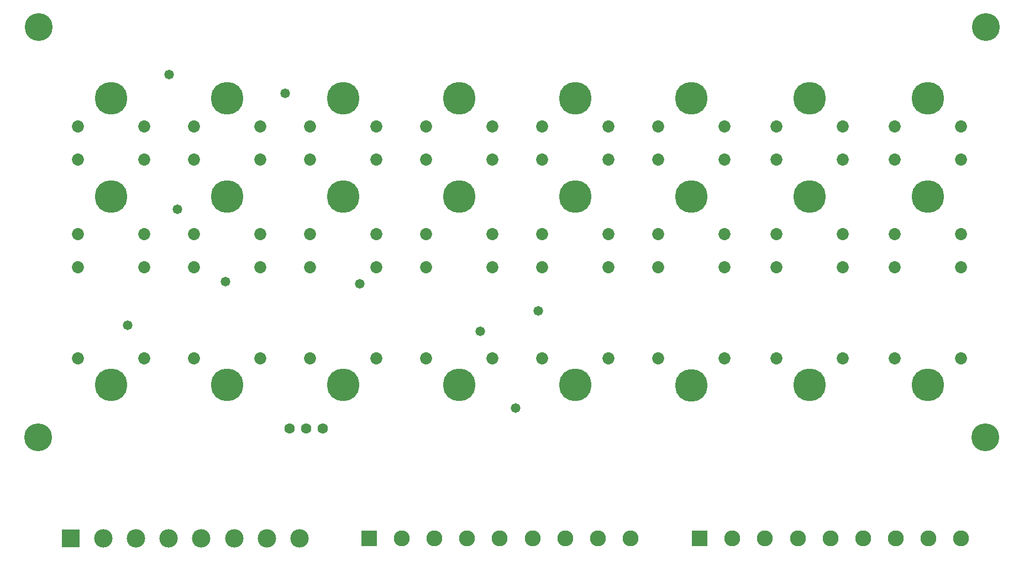
<source format=gts>
G04*
G04 #@! TF.GenerationSoftware,Altium Limited,Altium Designer,19.1.8 (144)*
G04*
G04 Layer_Color=8388736*
%FSLAX25Y25*%
%MOIN*%
G70*
G01*
G75*
%ADD14C,0.07296*%
%ADD15C,0.19698*%
%ADD16R,0.09658X0.09658*%
%ADD17C,0.09658*%
%ADD18C,0.06312*%
%ADD19C,0.11135*%
%ADD20R,0.11135X0.11135*%
%ADD21C,0.05800*%
%ADD22C,0.16800*%
D14*
X621250Y242500D02*
D03*
Y297500D02*
D03*
Y317500D02*
D03*
Y362500D02*
D03*
Y382500D02*
D03*
X581250D02*
D03*
Y362500D02*
D03*
Y317500D02*
D03*
Y297500D02*
D03*
Y242500D02*
D03*
X550000Y242362D02*
D03*
Y297362D02*
D03*
Y317362D02*
D03*
Y362362D02*
D03*
Y382362D02*
D03*
X510000D02*
D03*
Y362362D02*
D03*
Y317362D02*
D03*
Y297362D02*
D03*
Y242362D02*
D03*
X692500Y242500D02*
D03*
Y297500D02*
D03*
Y317500D02*
D03*
Y362500D02*
D03*
Y382500D02*
D03*
X652500D02*
D03*
Y362500D02*
D03*
Y317500D02*
D03*
Y297500D02*
D03*
Y242500D02*
D03*
X160000D02*
D03*
Y297500D02*
D03*
Y317500D02*
D03*
Y362500D02*
D03*
Y382500D02*
D03*
X200000D02*
D03*
Y362500D02*
D03*
Y317500D02*
D03*
Y297500D02*
D03*
Y242500D02*
D03*
X270000D02*
D03*
Y297500D02*
D03*
Y317500D02*
D03*
Y362500D02*
D03*
Y382500D02*
D03*
X230000D02*
D03*
Y362500D02*
D03*
Y317500D02*
D03*
Y297500D02*
D03*
Y242500D02*
D03*
X300000D02*
D03*
Y297500D02*
D03*
Y317500D02*
D03*
Y362500D02*
D03*
Y382500D02*
D03*
X340000D02*
D03*
Y362500D02*
D03*
Y317500D02*
D03*
Y297500D02*
D03*
Y242500D02*
D03*
X410000D02*
D03*
Y297500D02*
D03*
Y317500D02*
D03*
Y362500D02*
D03*
Y382500D02*
D03*
X370000D02*
D03*
Y362500D02*
D03*
Y317500D02*
D03*
Y297500D02*
D03*
Y242500D02*
D03*
X440000D02*
D03*
Y297500D02*
D03*
Y317500D02*
D03*
Y362500D02*
D03*
Y382500D02*
D03*
X480000D02*
D03*
Y362500D02*
D03*
Y317500D02*
D03*
Y297500D02*
D03*
Y242500D02*
D03*
D15*
X601250Y226358D02*
D03*
Y340138D02*
D03*
Y399587D02*
D03*
X530000Y226220D02*
D03*
Y340000D02*
D03*
Y399449D02*
D03*
X672500Y226358D02*
D03*
Y340138D02*
D03*
Y399587D02*
D03*
X180000D02*
D03*
Y340138D02*
D03*
Y226358D02*
D03*
X250000D02*
D03*
Y340138D02*
D03*
Y399587D02*
D03*
X320000D02*
D03*
Y340138D02*
D03*
Y226358D02*
D03*
X390000D02*
D03*
Y340138D02*
D03*
Y399587D02*
D03*
X460000D02*
D03*
Y340138D02*
D03*
Y226358D02*
D03*
D16*
X335640Y133750D02*
D03*
X535010D02*
D03*
D17*
X355325D02*
D03*
X375010D02*
D03*
X394695D02*
D03*
X414380D02*
D03*
X434065D02*
D03*
X453750D02*
D03*
X473435D02*
D03*
X493120D02*
D03*
X554695D02*
D03*
X574380D02*
D03*
X594065D02*
D03*
X613750D02*
D03*
X633435D02*
D03*
X653120D02*
D03*
X672805D02*
D03*
X692490D02*
D03*
D18*
X307500Y200000D02*
D03*
X287500D02*
D03*
X297500D02*
D03*
D19*
X293435Y133750D02*
D03*
X273750D02*
D03*
X254065D02*
D03*
X234380D02*
D03*
X214695D02*
D03*
X195010D02*
D03*
X175325D02*
D03*
D20*
X155640D02*
D03*
D21*
X402500Y258750D02*
D03*
X423750Y212500D02*
D03*
X330000Y287500D02*
D03*
X437500Y271250D02*
D03*
X285000Y402500D02*
D03*
X215000Y413750D02*
D03*
X248750Y288750D02*
D03*
X190000Y262500D02*
D03*
X220000Y332500D02*
D03*
D22*
X136266Y442500D02*
D03*
X707250Y194843D02*
D03*
X707516Y442500D02*
D03*
X136000Y194843D02*
D03*
M02*

</source>
